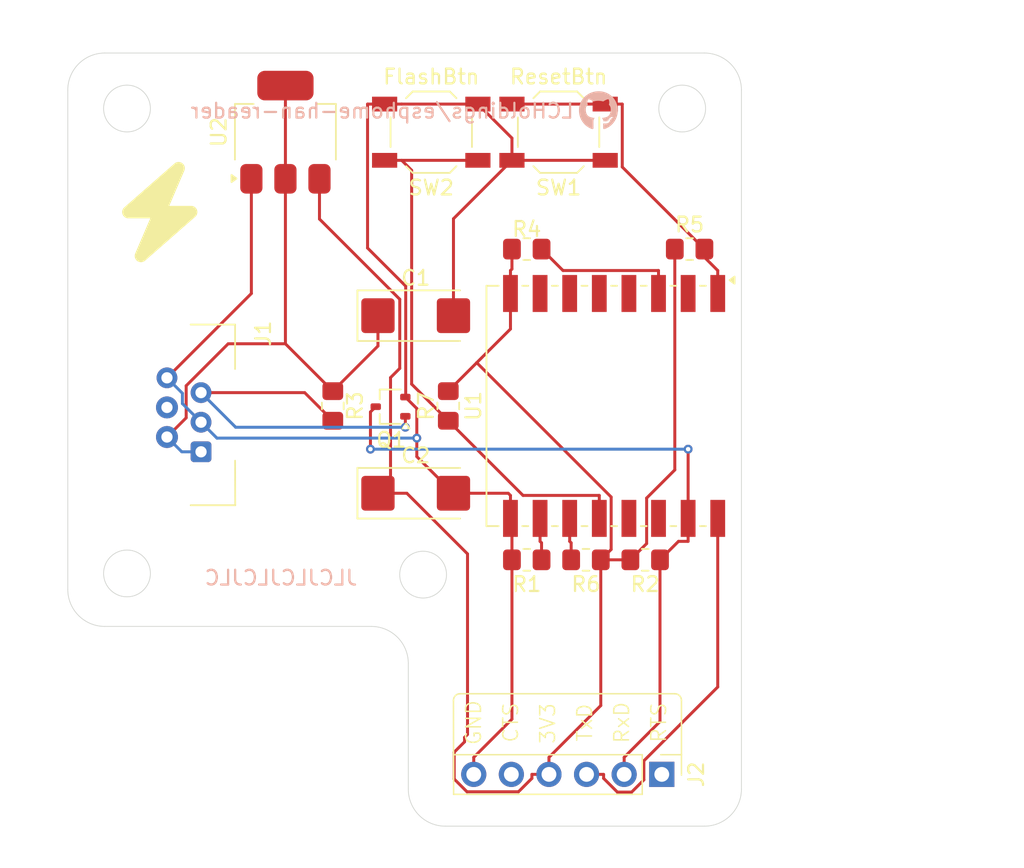
<source format=kicad_pcb>
(kicad_pcb (version 20241129) (generator "pcbnew") (generator_version "8.99")
  (layers (0 "F.Cu" signal) (2 "B.Cu" signal) (13 "F.Paste" user) (15 "B.Paste" user) (5 "F.SilkS" user "F.Silkscreen") (7 "B.SilkS" user "B.Silkscreen") (1 "F.Mask" user) (3 "B.Mask" user) (25 "Edge.Cuts" user))
  (net 0 "")
  (net 1 "GND")
  (net 2 "+5V")
  (net 3 "+3V3")
  (net 5 "Net-(Q1-B)")
  (net 6 "ESP-RX")
  (net 8 "ESP-TX")
  (net 10 "Net-(U1-GPIO15)")
  (net 11 "EN")
  (net 12 "RESET")
  (net 13 "GPIO 2")
  (net 14 "GPIO 0")
  (footprint "Resistor_SMD:R_0805_2012Metric_Pad1.20x1.40mm_HandSolder" (layer "F.Cu") (at 158 86.5)
    (property "Reference" "R4")
    (property "Value" "10K")
  )
  (footprint "Capacitor_Tantalum_SMD:CP_EIA-6032-15_Kemet-U_Pad2.25x2.35mm_HandSolder" (layer "F.Cu") (at 150.5 91)
    (property "Reference" "C1")
    (property "Value" "100nF")
  )
  (footprint "Package_TO_SOT_SMD:SOT-223-3_TabPin2" (layer "F.Cu") (at 141.7 78.6 90)
    (property "Reference" "U2")
    (property "Value" "LD1117S33CTR_SOT223")
  )
  (footprint "Resistor_SMD:R_0805_2012Metric_Pad1.20x1.40mm_HandSolder" (layer "F.Cu") (at 169 86.5)
    (property "Reference" "R5")
    (property "Value" "10K")
  )
  (footprint "Resistor_SMD:R_0805_2012Metric_Pad1.20x1.40mm_HandSolder" (layer "F.Cu") (at 166 107.5 180)
    (property "Reference" "R2")
    (property "Value" "10K")
  )
  (footprint "Resistor_SMD:R_0805_2012Metric_Pad1.20x1.40mm_HandSolder" (layer "F.Cu") (at 152.7 97.1 -90)
    (property "Reference" "R7")
    (property "Value" "10K")
  )
  (footprint "Connector_RJ:RJ12_DS1133-S60BPX" (layer "F.Cu") (at 131.6 97.3)
    (property "Reference" "J1")
    (property "Value" "RJ12")
  )
  (footprint "Resistor_SMD:R_0805_2012Metric_Pad1.20x1.40mm_HandSolder" (layer "F.Cu") (at 144.9 97.1 -90)
    (property "Reference" "R3")
    (property "Value" "4K7")
  )
  (footprint "Resistor_SMD:R_0805_2012Metric_Pad1.20x1.40mm_HandSolder" (layer "F.Cu") (at 158 107.5 180)
    (property "Reference" "R1")
    (property "Value" "10K")
  )
  (footprint "Package_TO_SOT_SMD:SOT-323_SC-70" (layer "F.Cu") (at 148.8 97.15 180)
    (property "Reference" "Q1")
    (property "Value" "BC817W")
  )
  (footprint "Button_Switch_SMD:SW_SPST_TL3342" (layer "F.Cu") (at 151.55 78.6 180)
    (property "Reference" "SW2")
    (property "Value" "FlashBtn")
  )
  (footprint "Button_Switch_SMD:SW_SPST_TL3342" (layer "F.Cu") (at 160.15 78.6 180)
    (property "Reference" "SW1")
    (property "Value" "ResetBtn")
  )
  (footprint "RF_Module:ESP-07" (layer "F.Cu") (at 166 97.1 -90)
    (property "Reference" "U1")
    (property "Value" "ESP-07")
  )
  (footprint "Connector_PinHeader_2.54mm:PinHeader_1x06_P2.54mm_Vertical_NoSilkscreen" (layer "F.Cu") (at 167.12 122 -90)
    (property "Reference" "J2")
    (property "Value" "ProgammingPins")
  )
  (footprint "Resistor_SMD:R_0805_2012Metric_Pad1.20x1.40mm_HandSolder" (layer "F.Cu") (at 162 107.5 180)
    (property "Reference" "R6")
    (property "Value" "10K")
  )
  (footprint "Capacitor_Tantalum_SMD:CP_EIA-6032-15_Kemet-U_Pad2.25x2.35mm_HandSolder" (layer "F.Cu") (at 150.5 103)
    (property "Reference" "C2")
    (property "Value" "10uF Polarized")
  )
  (gr_poly (pts (xy 134.533649 80.614801) (xy 134.568344 80.620434) (xy 134.602606 80.628986) (xy 134.636247 80.640468) (xy 134.652777 80.647311) (xy 134.669082 80.654891) (xy 134.68514 80.66321) (xy 134.700925 80.672268) (xy 134.716417 80.682068) (xy 134.73159 80.69261) (xy 134.746297 80.703799) (xy 134.760402 80.715523) (xy 134.786775 80.740485) (xy 134.810661 80.767312) (xy 134.832008 80.795818) (xy 134.850766 80.82582) (xy 134.866884 80.857135) (xy 134.880313 80.889577) (xy 134.891002 80.922963) (xy 134.8989 80.957108) (xy 134.903957 80.991829) (xy 134.906123 81.026942) (xy 134.905347 81.062262) (xy 134.901579 81.097605) (xy 134.894769 81.132787) (xy 134.884866 81.167624) (xy 134.878739 81.184856) (xy 134.87182 81.201933) (xy 133.854497 83.576568) (xy 135.329548 83.576568) (xy 135.346107 83.576888) (xy 135.362536 83.577841) (xy 135.378821 83.579418) (xy 135.394948 83.581607) (xy 135.410903 83.584398) (xy 135.426673 83.587783) (xy 135.442245 83.591749) (xy 135.457603 83.596288) (xy 135.472734 83.601389) (xy 135.487625 83.607041) (xy 135.502262 83.613235) (xy 135.51663 83.619961) (xy 135.530717 83.627208) (xy 135.544507 83.634966) (xy 135.557988 83.643225) (xy 135.571146 83.651974) (xy 135.583967 83.661205) (xy 135.596436 83.670905) (xy 135.608541 83.681066) (xy 135.620267 83.691677) (xy 135.631601 83.702728) (xy 135.642529 83.714209) (xy 135.653036 83.726109) (xy 135.66311 83.738419) (xy 135.672736 83.751127) (xy 135.6819 83.764225) (xy 135.690589 83.777702) (xy 135.69879 83.791547) (xy 135.706487 83.805751) (xy 135.713668 83.820303) (xy 135.720318 83.835193) (xy 135.726423 83.850412) (xy 135.731932 83.865854) (xy 135.736801 83.881411) (xy 135.741036 83.897065) (xy 135.744642 83.912801) (xy 135.747623 83.9286) (xy 135.749983 83.944447) (xy 135.751728 83.960323) (xy 135.752861 83.976213) (xy 135.753313 84.007964) (xy 135.751376 84.039563) (xy 135.747086 84.070876) (xy 135.74048 84.101766) (xy 135.731595 84.132098) (xy 135.720468 84.161736) (xy 135.707136 84.190545) (xy 135.691635 84.218389) (xy 135.674003 84.245132) (xy 135.664399 84.258049) (xy 135.654276 84.270639) (xy 135.643638 84.282887) (xy 135.63249 84.294774) (xy 135.620838 84.306285) (xy 135.608684 84.317401) (xy 132.222018 87.280734) (xy 132.207805 87.29254) (xy 132.193213 87.303646) (xy 132.178265 87.314051) (xy 132.162983 87.323755) (xy 132.131512 87.341051) (xy 132.098986 87.355521) (xy 132.065593 87.367154) (xy 132.031518 87.375938) (xy 131.996946 87.381862) (xy 131.962065 87.384914) (xy 131.927059 87.385082) (xy 131.892115 87.382356) (xy 131.85742 87.376723) (xy 131.823158 87.368171) (xy 131.789517 87.356689) (xy 131.772987 87.349846) (xy 131.756682 87.342265) (xy 131.740625 87.333947) (xy 131.724839 87.324889) (xy 131.709347 87.315089) (xy 131.694174 87.304547) (xy 131.679467 87.293358) (xy 131.665362 87.281634) (xy 131.638989 87.256672) (xy 131.615103 87.229845) (xy 131.593756 87.201339) (xy 131.574998 87.171337) (xy 131.55888 87.140022) (xy 131.545451 87.10758) (xy 131.534762 87.074194) (xy 131.526864 87.040049) (xy 131.521807 87.005328) (xy 131.519641 86.970215) (xy 131.520417 86.934895) (xy 131.524185 86.899552) (xy 131.530995 86.86437) (xy 131.540898 86.829532) (xy 131.547025 86.812301) (xy 131.553945 86.795224) (xy 132.571268 84.421912) (xy 131.096216 84.421912) (xy 131.079773 84.421588) (xy 131.063446 84.420624) (xy 131.047249 84.41903) (xy 131.031196 84.416816) (xy 131.015302 84.413995) (xy 130.999582 84.410575) (xy 130.984049 84.406568) (xy 130.968719 84.401985) (xy 130.953607 84.396836) (xy 130.938725 84.391132) (xy 130.92409 84.384883) (xy 130.909715 84.3781) (xy 130.895616 84.370794) (xy 130.881806 84.362976) (xy 130.868301 84.354656) (xy 130.855114 84.345844) (xy 130.842261 84.336552) (xy 130.829755 84.326789) (xy 130.817612 84.316568) (xy 130.805846 84.305898) (xy 130.794471 84.29479) (xy 130.783502 84.283255) (xy 130.772954 84.271303) (xy 130.76284 84.258945) (xy 130.753177 84.246191) (xy 130.743977 84.233053) (xy 130.735256 84.219542) (xy 130.727029 84.205666) (xy 130.719309 84.191438) (xy 130.712111 84.176868) (xy 130.70545 84.161967) (xy 130.69934 84.146745) (xy 130.693832 84.131303) (xy 130.688963 84.115746) (xy 130.684728 84.100091) (xy 130.681122 84.084356) (xy 130.678141 84.068556) (xy 130.675781 84.05271) (xy 130.674036 84.036833) (xy 130.672903 84.020944) (xy 130.672451 83.989193) (xy 130.674389 83.957594) (xy 130.678679 83.926281) (xy 130.685285 83.895391) (xy 130.694169 83.865059) (xy 130.705296 83.83542) (xy 130.718628 83.806611) (xy 130.734129 83.778767) (xy 130.751761 83.752024) (xy 130.761365 83.739108) (xy 130.771489 83.726517) (xy 130.782126 83.71427) (xy 130.793274 83.702382) (xy 130.804927 83.690872) (xy 130.81708 83.679755) (xy 134.203747 80.716422) (xy 134.217959 80.704617) (xy 134.232551 80.693511) (xy 134.2475 80.683105) (xy 134.262782 80.673402) (xy 134.294253 80.656106) (xy 134.326778 80.641636) (xy 134.360171 80.630003) (xy 134.394246 80.621219) (xy 134.428818 80.615295) (xy 134.4637 80.612243) (xy 134.498705 80.612074)) (stroke (width -0.000001)) (fill yes) (layer "F.SilkS"))
  (gr_line (start 153.06 123.35) (end 165.8 123.35) (stroke (width 0.1)) (layer "F.SilkS"))
  (gr_line (start 168.45 120.67) (end 168.45 117) (stroke (width 0.1)) (layer "F.SilkS"))
  (gr_line (start 168.45 120.67) (end 167.05 120.67) (stroke (width 0.1)) (layer "F.SilkS"))
  (gr_line (start 153.06 123.35) (end 153.05 117) (stroke (width 0.1)) (layer "F.SilkS"))
  (gr_line (start 165.8 120.67) (end 165.8 123.35) (stroke (width 0.1)) (layer "F.SilkS"))
  (gr_line (start 168.45 120.67) (end 168.45 122.05) (stroke (width 0.1)) (layer "F.SilkS"))
  (gr_line (start 165.8 120.67) (end 153.075 120.67) (stroke (width 0.1)) (layer "F.SilkS"))
  (gr_line (start 153.5 116.55) (end 168 116.55) (stroke (width 0.1)) (layer "F.SilkS"))
  (gr_arc (start 168 116.55) (mid 168.318198 116.681802) (end 168.45 117) (stroke (width 0.1)) (layer "F.SilkS"))
  (gr_arc (start 153.05 117) (mid 153.181802 116.681802) (end 153.5 116.55) (stroke (width 0.1)) (layer "F.SilkS"))
  (gr_poly (pts (xy 163.626387 77.653535) (xy 163.625474 77.653631) (xy 163.624553 77.653773) (xy 163.623625 77.653961) (xy 163.622693 77.654194) (xy 163.621758 77.654471) (xy 163.619885 77.655152) (xy 163.61802 77.655997) (xy 163.616175 77.656995) (xy 163.614365 77.658139) (xy 163.612602 77.659421) (xy 163.6109 77.660831) (xy 163.609271 77.662361) (xy 163.60845 77.66331) (xy 163.607672 77.664269) (xy 163.606938 77.665237) (xy 163.606247 77.666213) (xy 163.605601 77.667195) (xy 163.605 77.668181) (xy 163.604442 77.669169) (xy 163.60393 77.670158) (xy 163.603463 77.671147) (xy 163.603041 77.672133) (xy 163.602664 77.673115) (xy 163.602332 77.674091) (xy 163.602047 77.67506) (xy 163.601807 77.67602) (xy 163.601613 77.676969) (xy 163.601466 77.677906) (xy 163.601365 77.678829) (xy 163.601311 77.679736) (xy 163.601304 77.680626) (xy 163.601344 77.681497) (xy 163.601431 77.682348) (xy 163.601566 77.683176) (xy 163.601749 77.683981) (xy 163.601979 77.68476) (xy 163.602257 77.685512) (xy 163.602584 77.686235) (xy 163.602959 77.686928) (xy 163.603382 77.687589) (xy 163.603855 77.688216) (xy 163.604376 77.688808) (xy 163.604947 77.689362) (xy 163.605567 77.689878) (xy 163.606227 77.690492) (xy 163.606917 77.691045) (xy 163.607634 77.691539) (xy 163.608377 77.691973) (xy 163.609145 77.69235) (xy 163.609936 77.69267) (xy 163.610747 77.692934) (xy 163.611578 77.693144) (xy 163.612427 77.6933) (xy 163.613292 77.693404) (xy 163.614172 77.693457) (xy 163.615064 77.693459) (xy 163.615968 77.693412) (xy 163.616881 77.693317) (xy 163.617803 77.693175) (xy 163.61873 77.692987) (xy 163.619662 77.692754) (xy 163.620598 77.692477) (xy 163.622471 77.691795) (xy 163.624336 77.690951) (xy 163.62618 77.689953) (xy 163.62799 77.688808) (xy 163.629753 77.687527) (xy 163.631455 77.686117) (xy 163.633084 77.684586) (xy 163.633905 77.683638) (xy 163.634684 77.682679) (xy 163.635418 77.68171) (xy 163.636108 77.680734) (xy 163.636754 77.679753) (xy 163.637356 77.678767) (xy 163.637913 77.677779) (xy 163.638425 77.676789) (xy 163.638893 77.675801) (xy 163.639315 77.674815) (xy 163.639692 77.673833) (xy 163.640023 77.672857) (xy 163.640309 77.671888) (xy 163.640548 77.670928) (xy 163.640742 77.669979) (xy 163.640889 77.669042) (xy 163.64099 77.668119) (xy 163.641044 77.667212) (xy 163.641051 77.666322) (xy 163.641011 77.665451) (xy 163.640924 77.6646) (xy 163.640789 77.663771) (xy 163.640607 77.662967) (xy 163.640376 77.662188) (xy 163.640098 77.661436) (xy 163.639772 77.660712) (xy 163.639397 77.66002) (xy 163.638973 77.659359) (xy 163.6385 77.658732) (xy 163.637979 77.65814) (xy 163.637408 77.657586) (xy 163.636788 77.65707) (xy 163.636128 77.656456) (xy 163.635438 77.655902) (xy 163.634721 77.655409) (xy 163.633978 77.654975) (xy 163.63321 77.654598) (xy 163.63242 77.654278) (xy 163.631608 77.654014) (xy 163.630777 77.653804) (xy 163.629928 77.653647) (xy 163.629063 77.653543) (xy 163.628183 77.653491) (xy 163.627291 77.653489)) (stroke (width -0.000001)) (fill yes) (layer "B.SilkS"))
  (gr_poly (pts (xy 163.198247 77.859532) (xy 163.196858 77.859596) (xy 163.195486 77.859706) (xy 163.194133 77.859859) (xy 163.192801 77.860055) (xy 163.191492 77.860292) (xy 163.190208 77.860571) (xy 163.188952 77.86089) (xy 163.187726 77.861247) (xy 163.186532 77.861643) (xy 163.185371 77.862075) (xy 163.184246 77.862544) (xy 163.18316 77.863048) (xy 163.182114 77.863585) (xy 163.18111 77.864156) (xy 163.180151 77.86476) (xy 163.179239 77.865394) (xy 163.178375 77.866058) (xy 163.177563 77.866752) (xy 163.176803 77.867474) (xy 163.176099 77.868224) (xy 163.175452 77.868999) (xy 163.174865 77.869801) (xy 163.174339 77.870626) (xy 163.173877 77.871475) (xy 163.173481 77.872347) (xy 163.173153 77.87324) (xy 163.172895 77.874153) (xy 163.172709 77.875086) (xy 163.172596 77.876077) (xy 163.172552 77.877063) (xy 163.172577 77.878044) (xy 163.17267 77.879019) (xy 163.172828 77.879986) (xy 163.173051 77.880945) (xy 163.173337 77.881895) (xy 163.173685 77.882834) (xy 163.174093 77.883761) (xy 163.17456 77.884675) (xy 163.175085 77.885576) (xy 163.175667 77.886462) (xy 163.176304 77.887332) (xy 163.176994 77.888186) (xy 163.17853 77.889837) (xy 163.180264 77.891407) (xy 163.182187 77.892889) (xy 163.184285 77.894273) (xy 163.18655 77.89555) (xy 163.18897 77.896713) (xy 163.191534 77.897753) (xy 163.194231 77.89866) (xy 163.197051 77.899428) (xy 163.198532 77.899744) (xy 163.2 77.9) (xy 163.201451 77.900196) (xy 163.202885 77.900334) (xy 163.204299 77.900415) (xy 163.205691 77.900441) (xy 163.20706 77.900411) (xy 163.208403 77.900329) (xy 163.209719 77.900195) (xy 163.211007 77.90001) (xy 163.212263 77.899776) (xy 163.213487 77.899493) (xy 163.214676 77.899164) (xy 163.215829 77.898789) (xy 163.216944 77.898369) (xy 163.218019 77.897907) (xy 163.219052 77.897402) (xy 163.220041 77.896857) (xy 163.220985 77.896273) (xy 163.221881 77.89565) (xy 163.222728 77.894991) (xy 163.223524 77.894296) (xy 163.224268 77.893567) (xy 163.224956 77.892805) (xy 163.225588 77.892011) (xy 163.226161 77.891187) (xy 163.226674 77.890333) (xy 163.227125 77.889451) (xy 163.227512 77.888543) (xy 163.227834 77.887609) (xy 163.228087 77.886651) (xy 163.228271 77.88567) (xy 163.228385 77.884535) (xy 163.228428 77.883413) (xy 163.228403 77.882306) (xy 163.228311 77.881213) (xy 163.228152 77.880136) (xy 163.22793 77.879075) (xy 163.227644 77.878031) (xy 163.227296 77.877005) (xy 163.226888 77.875997) (xy 163.22642 77.875009) (xy 163.225895 77.874041) (xy 163.225313 77.873094) (xy 163.224677 77.872168) (xy 163.223987 77.871265) (xy 163.223244 77.870386) (xy 163.222451 77.86953) (xy 163.220716 77.867894) (xy 163.218794 77.866363) (xy 163.216695 77.864944) (xy 163.21443 77.863643) (xy 163.212011 77.862466) (xy 163.209447 77.861419) (xy 163.20675 77.860508) (xy 163.20393 77.85974) (xy 163.202495 77.859616) (xy 163.201068 77.859541) (xy 163.199651 77.859513)) (stroke (width -0.000001)) (fill yes) (layer "B.SilkS"))
  (gr_poly (pts (xy 163.509401 77.797296) (xy 163.508247 77.797366) (xy 163.507076 77.797497) (xy 163.505891 77.797689) (xy 163.504695 77.797941) (xy 163.50349 77.798254) (xy 163.502277 77.798627) (xy 163.501061 77.799061) (xy 163.499843 77.799556) (xy 163.498625 77.800113) (xy 163.49741 77.80073) (xy 163.496201 77.801409) (xy 163.495 77.802149) (xy 163.493809 77.80295) (xy 163.49263 77.803813) (xy 163.491467 77.804738) (xy 163.490321 77.805724) (xy 163.489196 77.806772) (xy 163.488092 77.807882) (xy 163.487122 77.808841) (xy 163.486195 77.809832) (xy 163.485313 77.810851) (xy 163.484476 77.811897) (xy 163.483684 77.812965) (xy 163.482938 77.814054) (xy 163.482238 77.815161) (xy 163.481585 77.816283) (xy 163.480979 77.817417) (xy 163.480422 77.818561) (xy 163.479912 77.819712) (xy 163.479451 77.820868) (xy 163.479039 77.822024) (xy 163.478677 77.82318) (xy 163.478365 77.824332) (xy 163.478104 77.825477) (xy 163.477894 77.826613) (xy 163.477736 77.827737) (xy 163.47763 77.828846) (xy 163.477576 77.829938) (xy 163.477576 77.831009) (xy 163.477629 77.832058) (xy 163.477736 77.833081) (xy 163.477898 77.834076) (xy 163.478114 77.83504) (xy 163.478386 77.83597) (xy 163.478715 77.836864) (xy 163.479099 77.837718) (xy 163.479541 77.838531) (xy 163.48004 77.839299) (xy 163.480598 77.84002) (xy 163.481213 77.840691) (xy 163.481882 77.841455) (xy 163.482599 77.84216) (xy 163.483361 77.842806) (xy 163.484167 77.843393) (xy 163.485013 77.843921) (xy 163.485899 77.844389) (xy 163.486821 77.844798) (xy 163.487778 77.845147) (xy 163.488768 77.845437) (xy 163.489787 77.845666) (xy 163.490836 77.845836) (xy 163.49191 77.845946) (xy 163.493008 77.845996) (xy 163.494129 77.845985) (xy 163.495269 77.845915) (xy 163.496427 77.845784) (xy 163.4976 77.845592) (xy 163.498786 77.84534) (xy 163.499984 77.845028) (xy 163.501191 77.844654) (xy 163.502405 77.84422) (xy 163.503624 77.843725) (xy 163.506067 77.842551) (xy 163.508505 77.841132) (xy 163.509716 77.840331) (xy 163.510919 77.839468) (xy 163.512112 77.838543) (xy 163.513292 77.837557) (xy 163.514459 77.836509) (xy 163.515609 77.835399) (xy 163.516723 77.83444) (xy 163.517785 77.833449) (xy 163.518793 77.83243) (xy 163.519746 77.831385) (xy 163.520645 77.830316) (xy 163.521489 77.829227) (xy 163.522277 77.82812) (xy 163.523009 77.826998) (xy 163.523684 77.825864) (xy 163.524303 77.82472) (xy 163.524864 77.823569) (xy 163.525366 77.822414) (xy 163.525811 77.821257) (xy 163.526196 77.820101) (xy 163.526522 77.818949) (xy 163.526788 77.817804) (xy 163.526993 77.816668) (xy 163.527137 77.815544) (xy 163.52722 77.814435) (xy 163.527241 77.813343) (xy 163.5272 77.812272) (xy 163.527096 77.811223) (xy 163.526928 77.8102) (xy 163.526697 77.809205) (xy 163.526401 77.808241) (xy 163.52604 77.807311) (xy 163.525614 77.806417) (xy 163.525123 77.805563) (xy 163.524565 77.80475) (xy 163.52394 77.803982) (xy 163.523248 77.803261) (xy 163.522488 77.80259) (xy 163.521817 77.801826) (xy 163.521096 77.801121) (xy 163.520327 77.800475) (xy 163.519513 77.799888) (xy 163.518655 77.79936) (xy 163.517757 77.798892) (xy 163.516821 77.798483) (xy 163.515849 77.798134) (xy 163.514843 77.797844) (xy 163.513807 77.797615) (xy 163.512742 77.797445) (xy 163.511651 77.797335) (xy 163.510537 77.797285)) (stroke (width -0.000001)) (fill yes) (layer "B.SilkS"))
  (gr_poly (pts (xy 163.572679 77.721808) (xy 163.57167 77.721919) (xy 163.570655 77.72209) (xy 163.569637 77.72232) (xy 163.568618 77.722607) (xy 163.5676 77.722951) (xy 163.566584 77.723351) (xy 163.565575 77.723805) (xy 163.564572 77.724314) (xy 163.563579 77.724875) (xy 163.562598 77.725489) (xy 163.56163 77.726153) (xy 163.560678 77.726867) (xy 163.559745 77.727631) (xy 163.558831 77.728442) (xy 163.55794 77.729301) (xy 163.557073 77.730205) (xy 163.556233 77.731155) (xy 163.555421 77.732149) (xy 163.55464 77.733186) (xy 163.553893 77.734266) (xy 163.55318 77.735386) (xy 163.552411 77.736532) (xy 163.551691 77.737685) (xy 163.551022 77.738844) (xy 163.550402 77.740008) (xy 163.549831 77.741175) (xy 163.54931 77.742344) (xy 163.548839 77.743513) (xy 163.548417 77.74468) (xy 163.548045 77.745844) (xy 163.547723 77.747003) (xy 163.54745 77.748156) (xy 163.547227 77.749302) (xy 163.547053 77.750438) (xy 163.546929 77.751563) (xy 163.546855 77.752676) (xy 163.54683 77.753775) (xy 163.546855 77.754858) (xy 163.546929 77.755925) (xy 163.547053 77.756972) (xy 163.547227 77.758) (xy 163.54745 77.759006) (xy 163.547723 77.759988) (xy 163.548045 77.760946) (xy 163.548417 77.761878) (xy 163.548839 77.762781) (xy 163.54931 77.763655) (xy 163.549831 77.764498) (xy 163.550402 77.765309) (xy 163.551022 77.766085) (xy 163.551691 77.766826) (xy 163.552411 77.76753) (xy 163.55318 77.768195) (xy 163.553846 77.76866) (xy 163.554553 77.769064) (xy 163.555299 77.769407) (xy 163.556081 77.76969) (xy 163.556896 77.769914) (xy 163.557743 77.770079) (xy 163.558619 77.770187) (xy 163.559521 77.770237) (xy 163.560448 77.77023) (xy 163.561396 77.770168) (xy 163.562363 77.77005) (xy 163.563347 77.769878) (xy 163.564345 77.769652) (xy 163.565355 77.769373) (xy 163.566374 77.769041) (xy 163.567401 77.768658) (xy 163.569466 77.767738) (xy 163.57153 77.766618) (xy 163.573574 77.765305) (xy 163.575578 77.763804) (xy 163.577524 77.76212) (xy 163.578468 77.761211) (xy 163.579391 77.760258) (xy 163.580289 77.759262) (xy 163.581161 77.758224) (xy 163.582003 77.757144) (xy 163.582813 77.756024) (xy 163.583582 77.754878) (xy 163.584301 77.753726) (xy 163.584971 77.752567) (xy 163.585591 77.751405) (xy 163.586162 77.750241) (xy 163.586683 77.749077) (xy 163.587154 77.747914) (xy 163.587576 77.746755) (xy 163.587948 77.745602) (xy 163.58827 77.744455) (xy 163.588543 77.743318) (xy 163.588766 77.742192) (xy 163.58894 77.741079) (xy 163.589064 77.73998) (xy 163.589138 77.738898) (xy 163.589163 77.737834) (xy 163.589138 77.73679) (xy 163.589064 77.735768) (xy 163.58894 77.73477) (xy 163.588766 77.733798) (xy 163.588543 77.732853) (xy 163.58827 77.731938) (xy 163.587948 77.731053) (xy 163.587576 77.730202) (xy 163.587154 77.729386) (xy 163.586683 77.728606) (xy 163.586162 77.727865) (xy 163.585591 77.727165) (xy 163.584971 77.726506) (xy 163.584301 77.725892) (xy 163.583582 77.725324) (xy 163.582813 77.724803) (xy 163.582004 77.724193) (xy 163.581166 77.723654) (xy 163.580302 77.723185) (xy 163.579413 77.722783) (xy 163.578501 77.72245) (xy 163.577569 77.722182) (xy 163.576619 77.72198) (xy 163.575653 77.721843) (xy 163.574673 77.721769) (xy 163.573681 77.721758)) (stroke (width -0.000001)) (fill yes) (layer "B.SilkS"))
  (gr_poly (pts (xy 163.410221 77.855591) (xy 163.407608 77.855975) (xy 163.405013 77.856565) (xy 163.403542 77.857033) (xy 163.402107 77.857543) (xy 163.400708 77.858093) (xy 163.399347 77.858681) (xy 163.398026 77.859306) (xy 163.396746 77.859966) (xy 163.395508 77.86066) (xy 163.394314 77.861386) (xy 163.393165 77.862142) (xy 163.392062 77.862926) (xy 163.391006 77.863738) (xy 163.39 77.864574) (xy 163.389044 77.865435) (xy 163.38814 77.866317) (xy 163.387289 77.86722) (xy 163.386492 77.868141) (xy 163.385751 77.869079) (xy 163.385068 77.870033) (xy 163.384443 77.871001) (xy 163.383877 77.871981) (xy 163.383373 77.872971) (xy 163.382932 77.87397) (xy 163.382555 77.874976) (xy 163.382242 77.875988) (xy 163.381997 77.877003) (xy 163.381819 77.878021) (xy 163.381711 77.879039) (xy 163.381674 77.880057) (xy 163.381709 77.881071) (xy 163.381817 77.882081) (xy 163.382 77.883086) (xy 163.382259 77.884082) (xy 163.382593 77.885059) (xy 163.382999 77.886003) (xy 163.383475 77.886915) (xy 163.384016 77.887793) (xy 163.384621 77.888635) (xy 163.385287 77.889442) (xy 163.386011 77.890212) (xy 163.38679 77.890945) (xy 163.387622 77.891638) (xy 163.388504 77.892292) (xy 163.390407 77.893477) (xy 163.392478 77.894491) (xy 163.394694 77.895327) (xy 163.397035 77.895977) (xy 163.399477 77.896433) (xy 163.402001 77.896687) (xy 163.404583 77.896733) (xy 163.407203 77.896561) (xy 163.409838 77.896164) (xy 163.412466 77.895535) (xy 163.413772 77.895131) (xy 163.415067 77.894666) (xy 163.41654 77.894342) (xy 163.41798 77.893967) (xy 163.419385 77.893544) (xy 163.420755 77.893074) (xy 163.422087 77.892559) (xy 163.42338 77.892001) (xy 163.424631 77.891401) (xy 163.425841 77.890763) (xy 163.427006 77.890087) (xy 163.428125 77.889376) (xy 163.429197 77.888632) (xy 163.43022 77.887857) (xy 163.431192 77.887052) (xy 163.432111 77.886219) (xy 163.432977 77.885361) (xy 163.433787 77.884479) (xy 163.434539 77.883576) (xy 163.435232 77.882652) (xy 163.435865 77.881711) (xy 163.436435 77.880754) (xy 163.436942 77.879783) (xy 163.437383 77.8788) (xy 163.437756 77.877807) (xy 163.438061 77.876806) (xy 163.438295 77.875799) (xy 163.438457 77.874787) (xy 163.438546 77.873773) (xy 163.438558 77.872759) (xy 163.438494 77.871746) (xy 163.438351 77.870737) (xy 163.438127 77.869733) (xy 163.437821 77.868736) (xy 163.43744 77.86776) (xy 163.436994 77.866815) (xy 163.436484 77.865902) (xy 163.435913 77.865023) (xy 163.435283 77.864177) (xy 163.434597 77.863366) (xy 163.433858 77.862589) (xy 163.433067 77.861849) (xy 163.431342 77.860478) (xy 163.429441 77.859258) (xy 163.427383 77.858194) (xy 163.425188 77.857293) (xy 163.422875 77.856559) (xy 163.420463 77.855998) (xy 163.417973 77.855615) (xy 163.415423 77.855416) (xy 163.412832 77.855406)) (stroke (width -0.000001)) (fill yes) (layer "B.SilkS"))
  (gr_poly (pts (xy 163.680405 77.608889) (xy 163.678683 77.608998) (xy 163.676896 77.609212) (xy 163.675048 77.609533) (xy 163.673143 77.609963) (xy 163.671184 77.610503) (xy 163.669262 77.611531) (xy 163.66835 77.612071) (xy 163.66747 77.612627) (xy 163.666625 77.613198) (xy 163.665813 77.613783) (xy 163.665037 77.614382) (xy 163.664296 77.614993) (xy 163.663592 77.615615) (xy 163.662925 77.616249) (xy 163.662296 77.616892) (xy 163.661705 77.617544) (xy 163.661154 77.618205) (xy 163.660642 77.618873) (xy 163.660171 77.619547) (xy 163.659741 77.620226) (xy 163.659352 77.620911) (xy 163.659007 77.621599) (xy 163.658704 77.62229) (xy 163.658446 77.622983) (xy 163.658232 77.623677) (xy 163.658063 77.624371) (xy 163.65794 77.625065) (xy 163.657864 77.625758) (xy 163.657835 77.626448) (xy 163.657854 77.627135) (xy 163.657921 77.627818) (xy 163.658038 77.628496) (xy 163.658205 77.629168) (xy 163.658423 77.629833) (xy 163.658692 77.630491) (xy 163.659013 77.63114) (xy 163.65938 77.631818) (xy 163.659786 77.632461) (xy 163.660229 77.63307) (xy 163.660707 77.633644) (xy 163.661219 77.634183) (xy 163.661763 77.634687) (xy 163.662337 77.635156) (xy 163.66294 77.635589) (xy 163.663571 77.635986) (xy 163.664227 77.636348) (xy 163.664906 77.636674) (xy 163.665608 77.636963) (xy 163.66633 77.637216) (xy 163.667072 77.637433) (xy 163.66783 77.637612) (xy 163.668604 77.637755) (xy 163.669392 77.63786) (xy 163.670193 77.637928) (xy 163.671824 77.637951) (xy 163.673484 77.637823) (xy 163.675161 77.63754) (xy 163.676841 77.637103) (xy 163.677678 77.636825) (xy 163.678511 77.636509) (xy 163.679338 77.636152) (xy 163.680157 77.635756) (xy 163.680968 77.635321) (xy 163.681767 77.634845) (xy 163.683689 77.633816) (xy 163.684601 77.633277) (xy 163.685481 77.632721) (xy 163.686326 77.63215) (xy 163.687138 77.631565) (xy 163.687914 77.630966) (xy 163.688655 77.630355) (xy 163.689359 77.629732) (xy 163.690026 77.629099) (xy 163.690655 77.628456) (xy 163.691246 77.627803) (xy 163.691797 77.627143) (xy 163.692309 77.626475) (xy 163.69278 77.625801) (xy 163.69321 77.625121) (xy 163.693599 77.624437) (xy 163.693944 77.623749) (xy 163.694247 77.623058) (xy 163.694505 77.622365) (xy 163.694719 77.621671) (xy 163.694888 77.620976) (xy 163.695011 77.620282) (xy 163.695087 77.61959) (xy 163.695116 77.6189) (xy 163.695097 77.618213) (xy 163.69503 77.61753) (xy 163.694913 77.616852) (xy 163.694746 77.61618) (xy 163.694528 77.615514) (xy 163.694259 77.614857) (xy 163.693938 77.614207) (xy 163.693188 77.613259) (xy 163.692331 77.612399) (xy 163.69137 77.611628) (xy 163.690308 77.610949) (xy 163.689151 77.610364) (xy 163.687901 77.609873) (xy 163.686563 77.609477) (xy 163.685141 77.60918) (xy 163.683638 77.608982) (xy 163.682058 77.608884)) (stroke (width -0.000001)) (fill yes) (layer "B.SilkS"))
  (gr_poly (pts (xy 162.78735 75.833595) (xy 162.719858 75.838411) (xy 162.653345 75.846353) (xy 162.587896 75.85735) (xy 162.523594 75.871334) (xy 162.460522 75.888235) (xy 162.398764 75.907982) (xy 162.338403 75.930506) (xy 162.279524 75.955739) (xy 162.22221 75.983609) (xy 162.166545 76.014047) (xy 162.112611 76.046984) (xy 162.060494 76.08235) (xy 162.010276 76.120075) (xy 161.962041 76.16009) (xy 161.915872 76.202325) (xy 161.871854 76.246709) (xy 161.830069 76.293175) (xy 161.790602 76.341651) (xy 161.753537 76.392069) (xy 161.718956 76.444358) (xy 161.686943 76.498449) (xy 161.657582 76.554273) (xy 161.630957 76.611759) (xy 161.607151 76.670838) (xy 161.586248 76.73144) (xy 161.568331 76.793496) (xy 161.553485 76.856936) (xy 161.541792 76.92169) (xy 161.533336 76.987688) (xy 161.528202 77.054862) (xy 161.526472 77.123141) (xy 161.527517 77.177902) (xy 161.53063 77.232123) (xy 161.535776 77.285759) (xy 161.542921 77.338767) (xy 161.55203 77.391101) (xy 161.563069 77.442718) (xy 161.576003 77.493573) (xy 161.590798 77.543621) (xy 161.607419 77.59282) (xy 161.625832 77.641124) (xy 161.646003 77.688489) (xy 161.667895 77.734871) (xy 161.691477 77.780225) (xy 161.716712 77.824508) (xy 161.743566 77.867674) (xy 161.772005 77.909681) (xy 161.801994 77.950482) (xy 161.833499 77.990035) (xy 161.866486 78.028295) (xy 161.900919 78.065217) (xy 161.936764 78.100758) (xy 161.973988 78.134873) (xy 162.012554 78.167517) (xy 162.05243 78.198647) (xy 162.09358 78.228218) (xy 162.13597 78.256186) (xy 162.179565 78.282507) (xy 162.224331 78.307136) (xy 162.270233 78.330029) (xy 162.317237 78.351141) (xy 162.365309 78.37043) (xy 162.414413 78.387849) (xy 162.420588 78.388834) (xy 162.426516 78.389513) (xy 162.432199 78.389899) (xy 162.437642 78.390003) (xy 162.442846 78.389835) (xy 162.447817 78.389407) (xy 162.452556 78.38873) (xy 162.457069 78.387816) (xy 162.461357 78.386675) (xy 162.465425 78.385319) (xy 162.469275 78.38376) (xy 162.472912 78.382007) (xy 162.476338 78.380074) (xy 162.479557 78.37797) (xy 162.482572 78.375707) (xy 162.485387 78.373297) (xy 162.488006 78.37075) (xy 162.49043 78.368078) (xy 162.492665 78.365292) (xy 162.494713 78.362403) (xy 162.496578 78.359423) (xy 162.498262 78.356363) (xy 162.49977 78.353234) (xy 162.501105 78.350047) (xy 162.502271 78.346813) (xy 162.503269 78.343544) (xy 162.504105 78.340251) (xy 162.504782 78.336946) (xy 162.505669 78.330341) (xy 162.505959 78.32382) (xy 162.504371 77.881436) (xy 162.504847 77.858645) (xy 162.50624 77.836897) (xy 162.508501 77.816182) (xy 162.511581 77.796489) (xy 162.51543 77.777806) (xy 162.519998 77.760123) (xy 162.525236 77.743429) (xy 162.531094 77.727713) (xy 162.537523 77.712965) (xy 162.544472 77.699174) (xy 162.551893 77.686328) (xy 162.559735 77.674416) (xy 162.56795 77.663429) (xy 162.576487 77.653355) (xy 162.585297 77.644183) (xy 162.59433 77.635903) (xy 162.483299 77.622151) (xy 162.428425 77.613321) (xy 162.374618 77.602284) (xy 162.322359 77.588365) (xy 162.296959 77.580112) (xy 162.272126 77.570884) (xy 162.24792 77.560596) (xy 162.224401 77.549164) (xy 162.201628 77.536504) (xy 162.179662 77.522529) (xy 162.158562 77.507156) (xy 162.138389 77.4903) (xy 162.119203 77.471877) (xy 162.101063 77.451801) (xy 162.084029 77.429987) (xy 162.068163 77.406352) (xy 162.053522 77.380811) (xy 162.040168 77.353278) (xy 162.028161 77.32367) (xy 162.01756 77.291901) (xy 162.008425 77.257887) (xy 162.000817 77.221543) (xy 161.994795 77.182784) (xy 161.990419 77.141526) (xy 161.98775 77.097684) (xy 161.986846 77.051174) (xy 161.98745 77.024809) (xy 161.98924 76.999995) (xy 161.99219 76.976596) (xy 161.996272 76.954477) (xy 162.001458 76.933502) (xy 162.00772 76.913536) (xy 162.015029 76.894442) (xy 162.023359 76.876086) (xy 162.032681 76.858331) (xy 162.042967 76.841042) (xy 162.05419 76.824083) (xy 162.066321 76.807319) (xy 162.079332 76.790614) (xy 162.093197 76.773832) (xy 162.107886 76.756837) (xy 162.123371 76.739495) (xy 162.117039 76.721712) (xy 162.109522 76.694664) (xy 162.105864 76.677903) (xy 162.102563 76.659109) (xy 162.099838 76.638377) (xy 162.097905 76.615802) (xy 162.096983 76.591478) (xy 162.09729 76.5655) (xy 162.099043 76.537963) (xy 162.102461 76.50896) (xy 162.107761 76.478587) (xy 162.11516 76.446938) (xy 162.124877 76.414108) (xy 162.13713 76.380191) (xy 162.147908 76.377528) (xy 162.159456 76.37604) (xy 162.171702 76.375655) (xy 162.184572 76.376303) (xy 162.197993 76.37791) (xy 162.211894 76.380407) (xy 162.2262 76.383721) (xy 162.240838 76.387781) (xy 162.255736 76.392515) (xy 162.270821 76.397852) (xy 162.301259 76.410049) (xy 162.331569 76.4238) (xy 162.361166 76.438531) (xy 162.389467 76.453672) (xy 162.415888 76.46865) (xy 162.460757 76.49583) (xy 162.502255 76.523066) (xy 162.542297 76.512625) (xy 162.582977 76.503536) (xy 162.624191 76.495812) (xy 162.665833 76.489464) (xy 162.707798 76.484505) (xy 162.749979 76.480947) (xy 162.792272 76.478804) (xy 162.834571 76.478086) (xy 162.876871 76.478804) (xy 162.919164 76.480947) (xy 162.961345 76.484505) (xy 163.003309 76.489464) (xy 163.044951 76.495812) (xy 163.086165 76.503536) (xy 163.126846 76.512625) (xy 163.166888 76.523066) (xy 163.208386 76.495905) (xy 163.253255 76.46879) (xy 163.279676 76.453843) (xy 163.307977 76.43873) (xy 163.337574 76.424019) (xy 163.367884 76.410282) (xy 163.398322 76.398087) (xy 163.428305 76.388004) (xy 163.457249 76.380603) (xy 163.471149 76.378087) (xy 163.484571 76.376454) (xy 163.497441 76.375777) (xy 163.509687 76.376127) (xy 163.521235 76.377574) (xy 163.532013 76.380191) (xy 163.53847 76.397233) (xy 163.544266 76.41402) (xy 163.549428 76.430542) (xy 163.553983 76.446786) (xy 163.557959 76.462739) (xy 163.561382 76.47839) (xy 163.564281 76.493727) (xy 163.566682 76.508737) (xy 163.568612 76.523408) (xy 163.570099 76.537728) (xy 163.57117 76.551685) (xy 163.571852 76.565268) (xy 163.572159 76.591258) (xy 163.571238 76.615604) (xy 163.569305 76.638206) (xy 163.566579 76.658969) (xy 163.563279 76.677796) (xy 163.559621 76.69459) (xy 163.555823 76.709254) (xy 163.552104 76.72169) (xy 163.545771 76.739495) (xy 163.561126 76.756744) (xy 163.575446 76.773658) (xy 163.588736 76.790372) (xy 163.601003 76.807021) (xy 163.612253 76.823742) (xy 163.622492 76.84067) (xy 163.631727 76.85794) (xy 163.639963 76.875689) (xy 163.647207 76.894052) (xy 163.653465 76.913164) (xy 163.658743 76.933161) (xy 163.663048 76.954179) (xy 163.666385 76.976354) (xy 163.668761 76.999821) (xy 163.670182 77.024716) (xy 163.670655 77.051174) (xy 163.66979 77.097546) (xy 163.667231 77.14127) (xy 163.663033 77.18243) (xy 163.657253 77.221109) (xy 163.649944 77.25739) (xy 163.641162 77.291357) (xy 163.630963 77.323093) (xy 163.6194 77.352683) (xy 163.60653 77.380209) (xy 163.592407 77.405756) (xy 163.577087 77.429405) (xy 163.560624 77.451242) (xy 163.543075 77.47135) (xy 163.524493 77.489812) (xy 163.504934 77.506711) (xy 163.484454 77.522132) (xy 163.463107 77.536158) (xy 163.440949 77.548871) (xy 163.418034 77.560357) (xy 163.394418 77.570698) (xy 163.345303 77.588279) (xy 163.294045 77.602284) (xy 163.241085 77.613381) (xy 163.186863 77.622238) (xy 163.076401 77.635903) (xy 163.083496 77.642731) (xy 163.090478 77.65012) (xy 163.097319 77.658074) (xy 163.103992 77.666595) (xy 163.110469 77.675686) (xy 163.116724 77.685351) (xy 163.122729 77.695593) (xy 163.128457 77.706415) (xy 163.133882 77.717819) (xy 163.138976 77.729809) (xy 163.143711 77.742389) (xy 163.148061 77.755561) (xy 163.151999 77.769328) (xy 163.155498 77.783694) (xy 163.158529 77.798661) (xy 163.161067 77.814232) (xy 163.176596 77.82099) (xy 163.194616 77.827885) (xy 163.214836 77.834498) (xy 163.23697 77.840409) (xy 163.260728 77.845198) (xy 163.285822 77.848444) (xy 163.311965 77.849728) (xy 163.325339 77.849502) (xy 163.338867 77.848628) (xy 163.352513 77.847054) (xy 163.366241 77.844726) (xy 163.380014 77.841592) (xy 163.393797 77.8376) (xy 163.407554 77.832698) (xy 163.421248 77.826832) (xy 163.434844 77.81995) (xy 163.448306 77.812) (xy 163.461596 77.802929) (xy 163.474681 77.792685) (xy 163.487522 77.781214) (xy 163.500085 77.768466) (xy 163.512334 77.754386) (xy 163.524231 77.738923) (xy 163.535742 77.722024) (xy 163.54683 77.703636) (xy 163.553794 77.692164) (xy 163.561071 77.681349) (xy 163.568624 77.671171) (xy 163.576421 77.661611) (xy 163.584424 77.652651) (xy 163.5926 77.64427) (xy 163.600913 77.636451) (xy 163.609329 77.629173) (xy 163.617812 77.622417) (xy 163.626328 77.616165) (xy 163.634841 77.610397) (xy 163.643317 77.605094) (xy 163.65172 77.600236) (xy 163.660016 77.595805) (xy 163.668169 77.591781) (xy 163.676145 77.588146) (xy 163.691424 77.581963) (xy 163.705575 77.577102) (xy 163.718315 77.57341) (xy 163.729367 77.570733) (xy 163.73845 77.568918) (xy 163.745285 77.567812) (xy 163.751088 77.567112) (xy 163.762519 77.567206) (xy 163.772548 77.567765) (xy 163.781244 77.568759) (xy 163.788674 77.570157) (xy 163.794908 77.571929) (xy 163.800012 77.574042) (xy 163.804055 77.576468) (xy 163.807105 77.579175) (xy 163.809231 77.582132) (xy 163.8105 77.585309) (xy 163.81098 77.588674) (xy 163.81074 77.592198) (xy 163.809848 77.59585) (xy 163.808371 77.599598) (xy 163.806379 77.603412) (xy 163.803939 77.607262) (xy 163.801118 77.611116) (xy 163.797986 77.614945) (xy 163.79106 77.6224) (xy 163.783704 77.629383) (xy 163.776463 77.635647) (xy 163.764508 77.645037) (xy 163.759555 77.648603) (xy 163.751497 77.652651) (xy 163.743601 77.657319) (xy 163.735872 77.662558) (xy 163.728317 77.66832) (xy 163.720942 77.674555) (xy 163.713753 77.681214) (xy 163.706756 77.688248) (xy 163.699957 77.695608) (xy 163.68698 77.711109) (xy 163.674871 77.727324) (xy 163.66368 77.74386) (xy 163.653457 77.760323) (xy 163.64425 77.776322) (xy 163.63611 77.791463) (xy 163.629086 77.805352) (xy 163.623228 77.817597) (xy 163.612446 77.842278) (xy 163.604317 77.863588) (xy 163.594594 77.883116) (xy 163.583399 77.900936) (xy 163.570854 77.917118) (xy 163.55708 77.931736) (xy 163.542198 77.944863) (xy 163.52633 77.95657) (xy 163.509598 77.96693) (xy 163.492122 77.976016) (xy 163.474024 77.9839) (xy 163.455425 77.990655) (xy 163.436448 77.996352) (xy 163.417212 78.001066) (xy 163.397841 78.004867) (xy 163.378454 78.007829) (xy 163.359174 78.010024) (xy 163.321419 78.012403) (xy 163.285546 78.012583) (xy 163.252528 78.011145) (xy 163.223335 78.008668) (xy 163.180311 78.002917) (xy 163.164242 77.99997) (xy 163.162655 78.324878) (xy 163.162939 78.331399) (xy 163.16381 78.338004) (xy 163.165299 78.344602) (xy 163.167434 78.351105) (xy 163.170245 78.357421) (xy 163.171913 78.360482) (xy 163.173761 78.363462) (xy 163.175793 78.36635) (xy 163.178012 78.369136) (xy 163.180423 78.371808) (xy 163.183028 78.374355) (xy 163.185831 78.376766) (xy 163.188837 78.379028) (xy 163.192048 78.381132) (xy 163.195469 78.383066) (xy 163.199103 78.384818) (xy 163.202954 78.386378) (xy 163.207026 78.387733) (xy 163.211321 78.388874) (xy 163.215845 78.389789) (xy 163.2206 78.390465) (xy 163.225591 78.390893) (xy 163.23082 78.391061) (xy 163.236292 78.390958) (xy 163.24201 78.390572) (xy 163.247979 78.389892) (xy 163.254201 78.388907) (xy 163.351216 78.352013) (xy 163.444214 78.307845) (xy 163.532885 78.256754) (xy 163.616919 78.199094) (xy 163.696009 78.135217) (xy 163.769843 78.065476) (xy 163.838114 77.990224) (xy 163.900511 77.909813) (xy 163.956726 77.824596) (xy 164.006449 77.734926) (xy 164.049371 77.641156) (xy 164.085182 77.543638) (xy 164.113574 77.442725) (xy 164.134237 77.338769) (xy 164.146861 77.232123) (xy 164.151138 77.123141) (xy 164.149505 77.054862) (xy 164.144654 76.987688) (xy 164.136655 76.92169) (xy 164.12558 76.856936) (xy 164.1115 76.793496) (xy 164.094487 76.73144) (xy 164.074611 76.670838) (xy 164.051944 76.611759) (xy 164.026557 76.554273) (xy 163.998521 76.498449) (xy 163.967908 76.444358) (xy 163.934788 76.392069) (xy 163.899234 76.341651) (xy 163.861315 76.293175) (xy 163.821104 76.246709) (xy 163.778671 76.202325) (xy 163.734088 76.16009) (xy 163.687426 76.120075) (xy 163.638756 76.08235) (xy 163.588149 76.046984) (xy 163.535677 76.014047) (xy 163.481411 75.983609) (xy 163.425422 75.955739) (xy 163.367781 75.930506) (xy 163.30856 75.907982) (xy 163.247829 75.888235) (xy 163.18566 75.871334) (xy 163.122125 75.85735) (xy 163.057294 75.846353) (xy 162.991238 75.838411) (xy 162.924029 75.833595) (xy 162.855738 75.831974)) (stroke (width -0.000001)) (fill yes) (layer "B.SilkS"))
  (gr_poly (pts (xy 163.297053 77.873362) (xy 163.294254 77.873624) (xy 163.291556 77.874094) (xy 163.288977 77.874762) (xy 163.286531 77.87562) (xy 163.284238 77.876657) (xy 163.282114 77.877864) (xy 163.281121 77.878529) (xy 163.280176 77.879233) (xy 163.279282 77.879975) (xy 163.278441 77.880754) (xy 163.277655 77.881569) (xy 163.276926 77.882418) (xy 163.276257 77.8833) (xy 163.275648 77.884214) (xy 163.275104 77.88516) (xy 163.274625 77.886135) (xy 163.274214 77.887139) (xy 163.273873 77.888171) (xy 163.273604 77.889229) (xy 163.273409 77.890312) (xy 163.273291 77.891419) (xy 163.273251 77.892549) (xy 163.273286 77.893535) (xy 163.273391 77.894507) (xy 163.273564 77.895464) (xy 163.273804 77.896406) (xy 163.274108 77.897331) (xy 163.274475 77.898237) (xy 163.274904 77.899124) (xy 163.275392 77.89999) (xy 163.275939 77.900835) (xy 163.276542 77.901657) (xy 163.2772 77.902455) (xy 163.277911 77.903227) (xy 163.278673 77.903974) (xy 163.279486 77.904692) (xy 163.280347 77.905382) (xy 163.281254 77.906043) (xy 163.282207 77.906672) (xy 163.283202 77.907269) (xy 163.28424 77.907833) (xy 163.285317 77.908362) (xy 163.286433 77.908855) (xy 163.287585 77.909312) (xy 163.288773 77.909731) (xy 163.289994 77.910111) (xy 163.291246 77.91045) (xy 163.292529 77.910748) (xy 163.293841 77.911003) (xy 163.295179 77.911214) (xy 163.296542 77.911381) (xy 163.297929 77.911501) (xy 163.299338 77.911574) (xy 163.300767 77.911599) (xy 163.303978 77.91178) (xy 163.307054 77.911735) (xy 163.309986 77.911473) (xy 163.312764 77.911004) (xy 163.315378 77.910335) (xy 163.317817 77.909478) (xy 163.318968 77.908981) (xy 163.320072 77.908441) (xy 163.321127 77.907858) (xy 163.322132 77.907233) (xy 163.323086 77.906568) (xy 163.323988 77.905864) (xy 163.324836 77.905122) (xy 163.325629 77.904344) (xy 163.326366 77.903529) (xy 163.327045 77.90268) (xy 163.327665 77.901798) (xy 163.328226 77.900883) (xy 163.328725 77.899938) (xy 163.329162 77.898962) (xy 163.329535 77.897958) (xy 163.329844 77.896927) (xy 163.330085 77.895869) (xy 163.33026 77.894786) (xy 163.330365 77.893679) (xy 163.330401 77.892549) (xy 163.330365 77.891563) (xy 163.33026 77.890591) (xy 163.330087 77.889633) (xy 163.329848 77.888692) (xy 163.329544 77.887767) (xy 163.329176 77.886861) (xy 163.328748 77.885974) (xy 163.328259 77.885107) (xy 163.327713 77.884263) (xy 163.327109 77.883441) (xy 163.326452 77.882643) (xy 163.32574 77.88187) (xy 163.324978 77.881124) (xy 163.324165 77.880405) (xy 163.323304 77.879715) (xy 163.322397 77.879055) (xy 163.321445 77.878426) (xy 163.320449 77.877829) (xy 163.319412 77.877265) (xy 163.318334 77.876736) (xy 163.317218 77.876242) (xy 163.316066 77.875786) (xy 163.314878 77.875367) (xy 163.313657 77.874987) (xy 163.312405 77.874648) (xy 163.311122 77.87435) (xy 163.30981 77.874095) (xy 163.308472 77.873883) (xy 163.307109 77.873717) (xy 163.305722 77.873597) (xy 163.304313 77.873523) (xy 163.302884 77.873499) (xy 163.299935 77.873317)) (stroke (width -0.000001)) (fill yes) (layer "B.SilkS"))
  (gr_arc (start 170 73.25) (mid 171.767767 73.982233) (end 172.5 75.75) (stroke (width 0.05)) (layer "Edge.Cuts"))
  (gr_circle (center 131 108.418861) (end 131.5 109.918861) (stroke (width 0.05)) (fill no) (layer "Edge.Cuts"))
  (gr_arc (start 172.5 123) (mid 171.767767 124.767767) (end 170 125.5) (stroke (width 0.05)) (layer "Edge.Cuts"))
  (gr_arc (start 129.5 112) (mid 127.732233 111.267767) (end 127 109.5) (stroke (width 0.05)) (layer "Edge.Cuts"))
  (gr_arc (start 147.5 112) (mid 149.267767 112.732233) (end 150 114.5) (stroke (width 0.05)) (layer "Edge.Cuts"))
  (gr_line (start 127 75.75) (end 127 109.5) (stroke (width 0.05)) (layer "Edge.Cuts"))
  (gr_arc (start 127 75.75) (mid 127.732233 73.982233) (end 129.5 73.25) (stroke (width 0.05)) (layer "Edge.Cuts"))
  (gr_arc (start 152.5 125.5) (mid 150.732233 124.767767) (end 150 123) (stroke (width 0.05)) (layer "Edge.Cuts"))
  (gr_line (start 152.5 125.5) (end 170 125.5) (stroke (width 0.05)) (layer "Edge.Cuts"))
  (gr_line (start 129.5 73.25) (end 170 73.25) (stroke (width 0.05)) (layer "Edge.Cuts"))
  (gr_circle (center 168.5 77) (end 169 78.5) (stroke (width 0.05)) (fill no) (layer "Edge.Cuts"))
  (gr_line (start 129.5 112) (end 147.5 112) (stroke (width 0.05)) (layer "Edge.Cuts"))
  (gr_circle (center 131 77) (end 131.5 78.5) (stroke (width 0.05)) (fill no) (layer "Edge.Cuts"))
  (gr_line (start 150 114.5) (end 150 123) (stroke (width 0.05)) (layer "Edge.Cuts"))
  (gr_line (start 172.5 75.75) (end 172.5 123) (stroke (width 0.05)) (layer "Edge.Cuts"))
  (gr_circle (center 151 108.5) (end 151.5 110) (stroke (width 0.05)) (fill no) (layer "Edge.Cuts"))
  (gr_text "3V3" (at 160 120 90) (layer "F.SilkS") (effects (font (size 1 1) (thickness 0.1)) (justify left bottom)))
  (gr_text "CTS" (at 157.5 118.5 90) (layer "F.SilkS") (effects (font (size 1 1) (thickness 0.1)) (justify bottom)))
  (gr_text "TxD" (at 162.5 118.5 90) (layer "F.SilkS") (effects (font (size 1 1) (thickness 0.1)) (justify bottom)))
  (gr_text "GND" (at 155 118.5 90) (layer "F.SilkS") (effects (font (size 1 1) (thickness 0.1)) (justify bottom)))
  (gr_text "RxD" (at 165 118.5 90) (layer "F.SilkS") (effects (font (size 1 1) (thickness 0.1)) (justify bottom)))
  (gr_text "RTS" (at 167.5 118.5 90) (layer "F.SilkS") (effects (font (size 1 1) (thickness 0.1)) (justify bottom)))
  (gr_text "JLCJLCJLCJLC" (at 141.4 109.3 0) (layer "B.SilkS") (effects (font (size 1 1)) (justify bottom mirror)))
  (gr_text "LCHoldings/esphome-han-reader" (at 161.263069 77.742718 0) (layer "B.SilkS") (effects (font (size 1 1)) (justify left bottom mirror)))
  (segment (start 157 104.1241) (end 157 107.5) (width 0.2) (layer "F.Cu") (net 1))
  (segment (start 156.9 104.7) (end 156.9 104.0241) (width 0.2) (layer "F.Cu") (net 1))
  (segment (start 156.9 104.0241) (end 157 104.1241) (width 0.2) (layer "F.Cu") (net 1))
  (segment (start 133.7 95.2) (end 139.4 89.5) (width 0.2) (layer "F.Cu") (net 1))
  (segment (start 149.8241 89.0032) (end 147.2483 86.4274) (width 0.2) (layer "F.Cu") (net 1))
  (segment (start 139.4 89.5) (end 139.4 81.75) (width 0.2) (layer "F.Cu") (net 1))
  (segment (start 153.05 91) (end 153.05 84.45) (width 0.2) (layer "F.Cu") (net 1))
  (segment (start 163.3 80.5) (end 157 80.5) (width 0.2) (layer "F.Cu") (net 1))
  (segment (start 153.05 103) (end 150.5744 100.5244) (width 0.2) (layer "F.Cu") (net 1))
  (segment (start 148.4 76.7) (end 147.2483 76.7) (width 0.2) (layer "F.Cu") (net 1))
  (segment (start 157 118.2683) (end 154.42 120.8483) (width 0.2) (layer "F.Cu") (net 1))
  (segment (start 154.7 76.7) (end 149.5517 76.7) (width 0.2) (layer "F.Cu") (net 1))
  (segment (start 147.2483 86.4274) (end 147.2483 76.7) (width 0.2) (layer "F.Cu") (net 1))
  (segment (start 149.8241 96.4759) (end 149.8241 89.0032) (width 0.2) (layer "F.Cu") (net 1))
  (segment (start 153.05 103) (end 156.7517 103) (width 0.2) (layer "F.Cu") (net 1))
  (segment (start 157 79) (end 154.7 76.7) (width 0.2) (layer "F.Cu") (net 1))
  (segment (start 157 80.5) (end 157 79) (width 0.2) (layer "F.Cu") (net 1))
  (segment (start 150.5744 97.2744) (end 149.8 96.5) (width 0.2) (layer "F.Cu") (net 1))
  (segment (start 150.5744 100.5244) (end 150.5744 99.2732) (width 0.2) (layer "F.Cu") (net 1))
  (segment (start 149.8 96.5) (end 149.8241 96.4759) (width 0.2) (layer "F.Cu") (net 1))
  (segment (start 156.9 104.0241) (end 156.9 103.1483) (width 0.2) (layer "F.Cu") (net 1))
  (segment (start 153.05 84.45) (end 157 80.5) (width 0.2) (layer "F.Cu") (net 1))
  (segment (start 154.42 122) (end 154.42 120.8483) (width 0.2) (layer "F.Cu") (net 1))
  (segment (start 157 107.5) (end 157 118.2683) (width 0.2) (layer "F.Cu") (net 1))
  (segment (start 156.7517 103) (end 156.9 103.1483) (width 0.2) (layer "F.Cu") (net 1))
  (segment (start 148.4 76.7) (end 149.5517 76.7) (width 0.2) (layer "F.Cu") (net 1))
  (segment (start 150.5744 99.2732) (end 150.5744 97.2744) (width 0.2) (layer "F.Cu") (net 1))
  (via (at 150.5744 99.2732) (size 0.6) (drill 0.3) (layers "F.Cu" "B.Cu") (net 1))
  (segment (start 134.7423 96.9423) (end 136 98.2) (width 0.2) (layer "B.Cu") (net 1))
  (segment (start 133.7 95.2) (end 134.7423 96.2423) (width 0.2) (layer "B.Cu") (net 1))
  (segment (start 136 98.2) (end 137.0732 99.2732) (width 0.2) (layer "B.Cu") (net 1))
  (segment (start 137.0732 99.2732) (end 150.5744 99.2732) (width 0.2) (layer "B.Cu") (net 1))
  (segment (start 134.7423 96.2423) (end 134.7423 96.9423) (width 0.2) (layer "B.Cu") (net 1))
  (segment (start 147.95 93.05) (end 147.95 91) (width 0.2) (layer "F.Cu") (net 2))
  (segment (start 134.9972 97.9028) (end 133.7 99.2) (width 0.2) (layer "F.Cu") (net 2))
  (segment (start 141.7 81.75) (end 141.7 92.9) (width 0.2) (layer "F.Cu") (net 2))
  (segment (start 144.9 96.1) (end 147.95 93.05) (width 0.2) (layer "F.Cu") (net 2))
  (segment (start 137.8326 92.9) (end 134.9972 95.7354) (width 0.2) (layer "F.Cu") (net 2))
  (segment (start 141.7 81.75) (end 141.7 75.45) (width 0.2) (layer "F.Cu") (net 2))
  (segment (start 141.7 92.9) (end 144.9 96.1) (width 0.2) (layer "F.Cu") (net 2))
  (segment (start 134.9972 95.7354) (end 134.9972 97.9028) (width 0.2) (layer "F.Cu") (net 2))
  (segment (start 141.7 92.9) (end 137.8326 92.9) (width 0.2) (layer "F.Cu") (net 2))
  (segment (start 134.7 100.2) (end 136 100.2) (width 0.2) (layer "B.Cu") (net 2))
  (segment (start 133.7 99.2) (end 134.7 100.2) (width 0.2) (layer "B.Cu") (net 2))
  (segment (start 144 81.75) (end 144 84.4683) (width 0.2) (layer "F.Cu") (net 3))
  (segment (start 144 84.4683) (end 149.4224 89.8907) (width 0.2) (layer "F.Cu") (net 3))
  (segment (start 153.1 122.3124) (end 153.1 120.5) (width 0.2) (layer "F.Cu") (net 3))
  (segment (start 154 107.1) (end 149.9 103) (width 0.2) (layer "F.Cu") (net 3))
  (segment (start 168 101.4233) (end 166.0983 103.325) (width 0.2) (layer "F.Cu") (net 3))
  (segment (start 149.4224 94.5621) (end 148.8 95.1845) (width 0.2) (layer "F.Cu") (net 3))
  (segment (start 154.6229 94.1771) (end 156.9 91.9) (width 0.2) (layer "F.Cu") (net 3))
  (segment (start 163.7017 103.256) (end 163.7017 106.7983) (width 0.2) (layer "F.Cu") (net 3))
  (segment (start 156.9 89.5) (end 156.9 87.9483) (width 0.2) (layer "F.Cu") (net 3))
  (segment (start 156.9 91.9) (end 156.9 89.5) (width 0.2) (layer "F.Cu") (net 3))
  (segment (start 166.0983 103.325) (end 166.0983 106.4017) (width 0.2) (layer "F.Cu") (net 3))
  (segment (start 154.6229 94.1771) (end 163.7017 103.256) (width 0.2) (layer "F.Cu") (net 3))
  (segment (start 153.8 119.5) (end 154 119.3) (width 0.2) (layer "F.Cu") (net 3))
  (segment (start 163 107.5) (end 165 107.5) (width 0.2) (layer "F.Cu") (net 3))
  (segment (start 149.9 103) (end 147.95 103) (width 0.2) (layer "F.Cu") (net 3))
  (segment (start 163 107.5) (end 163 117.3483) (width 0.2) (layer "F.Cu") (net 3))
  (segment (start 147.95 103) (end 148.8 103) (width 0.2) (layer "F.Cu") (net 3))
  (segment (start 159.5 122) (end 158.3483 122) (width 0.2) (layer "F.Cu") (net 3))
  (segment (start 153.1 120.5) (end 153.8 119.8) (width 0.2) (layer "F.Cu") (net 3))
  (segment (start 159.5 122) (end 159.5 120.8483) (width 0.2) (layer "F.Cu") (net 3))
  (segment (start 149.4224 89.8907) (end 149.4224 94.5621) (width 0.2) (layer "F.Cu") (net 3))
  (segment (start 148.8 95.1845) (end 148.8 103) (width 0.2) (layer "F.Cu") (net 3))
  (segment (start 153.9616 123.174) (end 153.1 122.3124) (width 0.2) (layer "F.Cu") (net 3))
  (segment (start 166.0983 106.4017) (end 165 107.5) (width 0.2) (layer "F.Cu") (net 3))
  (segment (start 163 117.3483) (end 159.5 120.8483) (width 0.2) (layer "F.Cu") (net 3))
  (segment (start 168 86.5) (end 168 101.4233) (width 0.2) (layer "F.Cu") (net 3))
  (segment (start 156.9 87.9483) (end 157 87.8483) (width 0.2) (layer "F.Cu") (net 3))
  (segment (start 158.3483 122) (end 158.3483 122.2685) (width 0.2) (layer "F.Cu") (net 3))
  (segment (start 153.8 119.8) (end 153.8 119.5) (width 0.2) (layer "F.Cu") (net 3))
  (segment (start 154 119.3) (end 154 107.1) (width 0.2) (layer "F.Cu") (net 3))
  (segment (start 158.3483 122.2685) (end 157.4428 123.174) (width 0.2) (layer "F.Cu") (net 3))
  (segment (start 157.4428 123.174) (end 153.9616 123.174) (width 0.2) (layer "F.Cu") (net 3))
  (segment (start 157 87.8483) (end 157 86.5) (width 0.2) (layer "F.Cu") (net 3))
  (segment (start 152.7 96.1) (end 154.6229 94.1771) (width 0.2) (layer "F.Cu") (net 3))
  (segment (start 163.7017 106.7983) (end 163 107.5) (width 0.2) (layer "F.Cu") (net 3))
  (segment (start 143 96.2) (end 136 96.2) (width 0.2) (layer "F.Cu") (net 5))
  (segment (start 144.9 98.1) (end 143 96.2) (width 0.2) (layer "F.Cu") (net 5))
  (segment (start 149.8 97.8) (end 149.8 98.5399) (width 0.2) (layer "F.Cu") (net 5))
  (via (at 149.8 98.5399) (size 0.6) (drill 0.3) (layers "F.Cu" "B.Cu") (net 5))
  (segment (start 138.3399 98.5399) (end 149.8 98.5399) (width 0.2) (layer "B.Cu") (net 5))
  (segment (start 136 96.2) (end 138.3399 98.5399) (width 0.2) (layer "B.Cu") (net 5))
  (segment (start 167 118.4283) (end 164.58 120.8483) (width 0.2) (layer "F.Cu") (net 6))
  (segment (start 168.2483 106.2517) (end 167 107.5) (width 0.2) (layer "F.Cu") (net 6))
  (segment (start 147.4428 97.5072) (end 147.4428 100.021) (width 0.2) (layer "F.Cu") (net 6))
  (segment (start 147.8 97.15) (end 147.4428 97.5072) (width 0.2) (layer "F.Cu") (net 6))
  (segment (start 164.58 122) (end 164.58 120.8483) (width 0.2) (layer "F.Cu") (net 6))
  (segment (start 167 107.5) (end 167 118.4283) (width 0.2) (layer "F.Cu") (net 6))
  (segment (start 168.9 106.2517) (end 168.2483 106.2517) (width 0.2) (layer "F.Cu") (net 6))
  (segment (start 168.9 104.7) (end 168.9 106.2517) (width 0.2) (layer "F.Cu") (net 6))
  (segment (start 168.9 104.7) (end 168.9 100.021) (width 0.2) (layer "F.Cu") (net 6))
  (via (at 147.4428 100.021) (size 0.6) (drill 0.3) (layers "F.Cu" "B.Cu") (net 6))
  (via (at 168.9 100.021) (size 0.6) (drill 0.3) (layers "F.Cu" "B.Cu") (net 6))
  (segment (start 147.4428 100.021) (end 168.9 100.021) (width 0.2) (layer "B.Cu") (net 6))
  (segment (start 165.0843 123.1968) (end 164.12 123.1968) (width 0.2) (layer "F.Cu") (net 8))
  (segment (start 163.1917 122.2685) (end 163.1917 122) (width 0.2) (layer "F.Cu") (net 8))
  (segment (start 165.91 121.0833) (end 165.91 122.3711) (width 0.2) (layer "F.Cu") (net 8))
  (segment (start 170.9 104.7) (end 170.9 116.0933) (width 0.2) (layer "F.Cu") (net 8))
  (segment (start 170.9 116.0933) (end 165.91 121.0833) (width 0.2) (layer "F.Cu") (net 8))
  (segment (start 165.91 122.3711) (end 165.0843 123.1968) (width 0.2) (layer "F.Cu") (net 8))
  (segment (start 164.12 123.1968) (end 163.1917 122.2685) (width 0.2) (layer "F.Cu") (net 8))
  (segment (start 162.04 122) (end 163.1917 122) (width 0.2) (layer "F.Cu") (net 8))
  (segment (start 158.9 106.2517) (end 159 106.3517) (width 0.2) (layer "F.Cu") (net 10))
  (segment (start 159 106.3517) (end 159 107.5) (width 0.2) (layer "F.Cu") (net 10))
  (segment (start 158.9 104.7) (end 158.9 106.2517) (width 0.2) (layer "F.Cu") (net 10))
  (segment (start 166.9 89.5) (end 166.9 87.9483) (width 0.2) (layer "F.Cu") (net 11))
  (segment (start 160.4483 87.9483) (end 159 86.5) (width 0.2) (layer "F.Cu") (net 11))
  (segment (start 166.9 87.9483) (end 160.4483 87.9483) (width 0.2) (layer "F.Cu") (net 11))
  (segment (start 170 87.0483) (end 170 86.5) (width 0.2) (layer "F.Cu") (net 12))
  (segment (start 164.4517 76.7) (end 164.4517 80.9517) (width 0.2) (layer "F.Cu") (net 12))
  (segment (start 157 76.7) (end 163.3 76.7) (width 0.2) (layer "F.Cu") (net 12))
  (segment (start 164.4517 80.9517) (end 170 86.5) (width 0.2) (layer "F.Cu") (net 12))
  (segment (start 170.9 89.5) (end 170.9 87.9483) (width 0.2) (layer "F.Cu") (net 12))
  (segment (start 163.3 76.7) (end 164.4517 76.7) (width 0.2) (layer "F.Cu") (net 12))
  (segment (start 170.9 87.9483) (end 170 87.0483) (width 0.2) (layer "F.Cu") (net 12))
  (segment (start 161 106.3517) (end 161 107.5) (width 0.2) (layer "F.Cu") (net 13))
  (segment (start 160.9 106.2517) (end 161 106.3517) (width 0.2) (layer "F.Cu") (net 13))
  (segment (start 160.9 104.7) (end 160.9 106.2517) (width 0.2) (layer "F.Cu") (net 13))
  (segment (start 162.9 104.7) (end 162.9 103.1483) (width 0.2) (layer "F.Cu") (net 14))
  (segment (start 157.7483 103.1483) (end 152.7 98.1) (width 0.2) (layer "F.Cu") (net 14))
  (segment (start 152.7 98.1) (end 150.2258 95.6258) (width 0.2) (layer "F.Cu") (net 14))
  (segment (start 150.2258 95.6258) (end 150.2258 81.1741) (width 0.2) (layer "F.Cu") (net 14))
  (segment (start 149.5517 80.5) (end 154.7 80.5) (width 0.2) (layer "F.Cu") (net 14))
  (segment (start 162.9 103.1483) (end 157.7483 103.1483) (width 0.2) (layer "F.Cu") (net 14))
  (segment (start 148.4 80.5) (end 149.5517 80.5) (width 0.2) (layer "F.Cu") (net 14))
  (segment (start 150.2258 81.1741) (end 149.5517 80.5) (width 0.2) (layer "F.Cu") (net 14))
)
</source>
